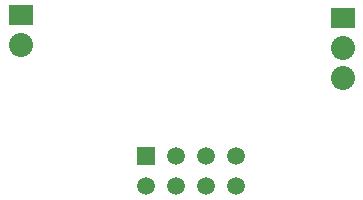
<source format=gbr>
%TF.GenerationSoftware,KiCad,Pcbnew,9.0.6-9.0.6~ubuntu24.04.1*%
%TF.CreationDate,2025-12-30T22:30:39+05:30*%
%TF.ProjectId,wled-esp01-controller,776c6564-2d65-4737-9030-312d636f6e74,rev?*%
%TF.SameCoordinates,Original*%
%TF.FileFunction,Copper,L1,Top*%
%TF.FilePolarity,Positive*%
%FSLAX46Y46*%
G04 Gerber Fmt 4.6, Leading zero omitted, Abs format (unit mm)*
G04 Created by KiCad (PCBNEW 9.0.6-9.0.6~ubuntu24.04.1) date 2025-12-30 22:30:39*
%MOMM*%
%LPD*%
G01*
G04 APERTURE LIST*
%TA.AperFunction,ComponentPad*%
%ADD10C,1.508000*%
%TD*%
%TA.AperFunction,ComponentPad*%
%ADD11R,1.508000X1.508000*%
%TD*%
%TA.AperFunction,ComponentPad*%
%ADD12R,2.040000X1.700000*%
%TD*%
%TA.AperFunction,ComponentPad*%
%ADD13C,2.040000*%
%TD*%
G04 APERTURE END LIST*
D10*
%TO.P,U2,8,TXD*%
%TO.N,unconnected-(U2-TXD-Pad8)*%
X116885000Y-84250000D03*
%TO.P,U2,7,CH_PD*%
%TO.N,Net-(U2-CH_PD)*%
X119425000Y-84250000D03*
%TO.P,U2,6,~{RST}*%
%TO.N,Net-(U2-~{RST})*%
X121965000Y-84250000D03*
%TO.P,U2,5,VCC*%
%TO.N,/3.3V*%
X124505000Y-84250000D03*
%TO.P,U2,4,RXD*%
%TO.N,unconnected-(U2-RXD-Pad4)*%
X124505000Y-81710000D03*
%TO.P,U2,3,GPIO0*%
%TO.N,unconnected-(U2-GPIO0-Pad3)*%
X121965000Y-81710000D03*
%TO.P,U2,2,GPIO2*%
%TO.N,WledData*%
X119425000Y-81710000D03*
D11*
%TO.P,U2,1,GND*%
%TO.N,GND*%
X116885000Y-81710000D03*
%TD*%
D12*
%TO.P,J2,1,Pin_1*%
%TO.N,+5V*%
X133500000Y-70000000D03*
D13*
%TO.P,J2,2,Pin_2*%
%TO.N,WledData*%
X133500000Y-72540000D03*
%TO.P,J2,3,Pin_3*%
%TO.N,GND*%
X133500000Y-75080000D03*
%TD*%
D12*
%TO.P,J1,1,Pin_1*%
%TO.N,+5V*%
X106250000Y-69710000D03*
D13*
%TO.P,J1,2,Pin_2*%
%TO.N,GND*%
X106250000Y-72250000D03*
%TD*%
M02*

</source>
